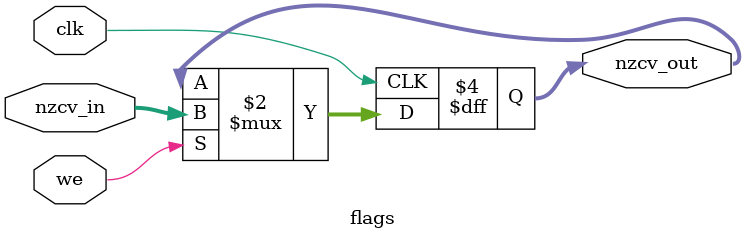
<source format=sv>
module flags (
    input  logic       clk,
    input  logic       we,
    input  logic [3:0] nzcv_in,
    output logic [3:0] nzcv_out
);
    always_ff @(posedge clk) begin
        if (we) nzcv_out <= nzcv_in;
    end
endmodule

</source>
